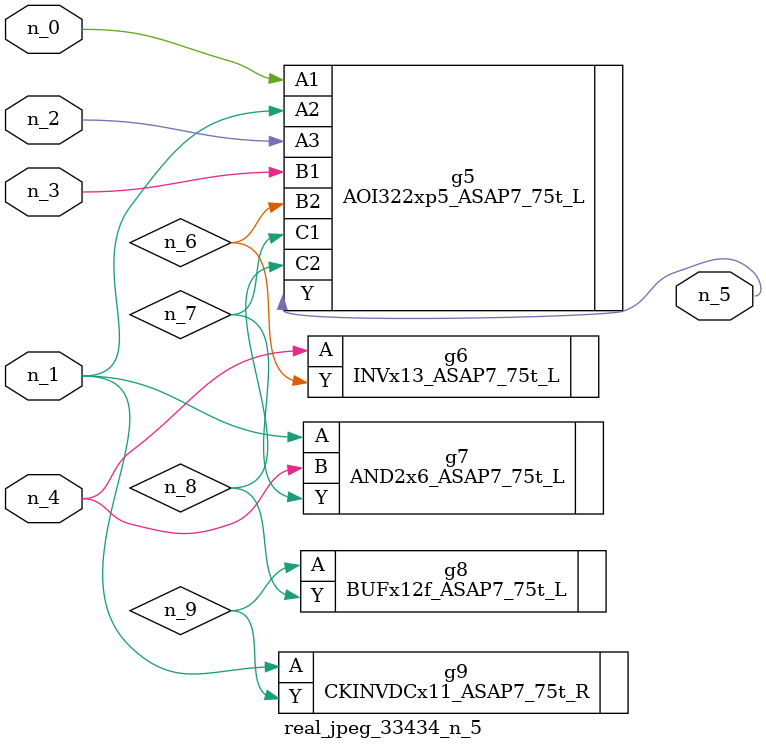
<source format=v>
module real_jpeg_33434_n_5 (n_4, n_0, n_1, n_2, n_3, n_5);

input n_4;
input n_0;
input n_1;
input n_2;
input n_3;

output n_5;

wire n_8;
wire n_6;
wire n_7;
wire n_9;

AOI322xp5_ASAP7_75t_L g5 ( 
.A1(n_0),
.A2(n_1),
.A3(n_2),
.B1(n_3),
.B2(n_6),
.C1(n_7),
.C2(n_8),
.Y(n_5)
);

AND2x6_ASAP7_75t_L g7 ( 
.A(n_1),
.B(n_4),
.Y(n_7)
);

CKINVDCx11_ASAP7_75t_R g9 ( 
.A(n_1),
.Y(n_9)
);

INVx13_ASAP7_75t_L g6 ( 
.A(n_4),
.Y(n_6)
);

BUFx12f_ASAP7_75t_L g8 ( 
.A(n_9),
.Y(n_8)
);


endmodule
</source>
